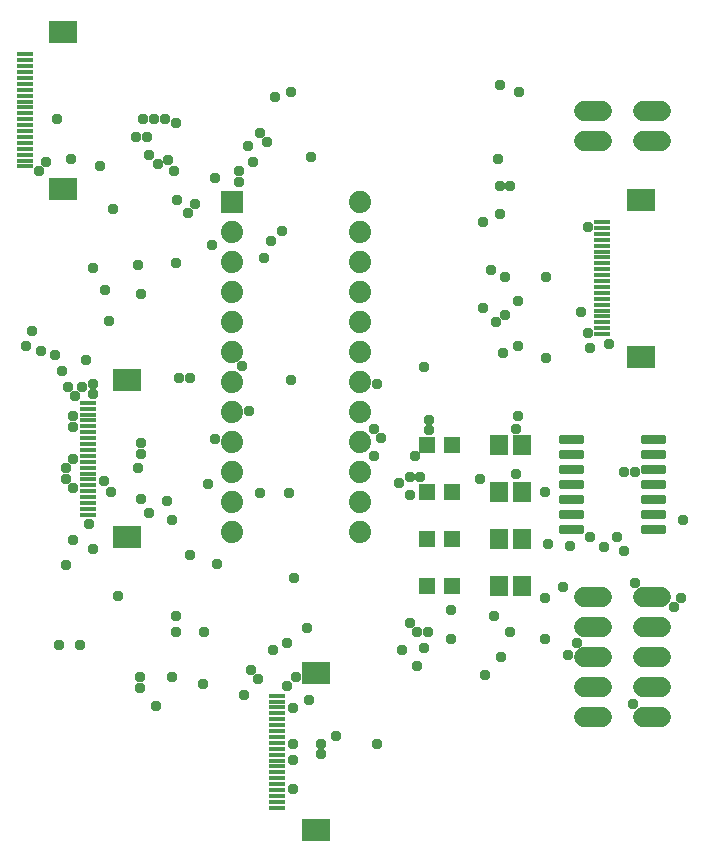
<source format=gbr>
G04 EAGLE Gerber RS-274X export*
G75*
%MOMM*%
%FSLAX34Y34*%
%LPD*%
%INSoldermask Top*%
%IPPOS*%
%AMOC8*
5,1,8,0,0,1.08239X$1,22.5*%
G01*
%ADD10C,1.727200*%
%ADD11R,1.403200X1.403200*%
%ADD12R,1.503200X1.703200*%
%ADD13R,1.879600X1.879600*%
%ADD14C,1.879600*%
%ADD15C,0.357806*%
%ADD16R,1.400000X0.400000*%
%ADD17R,2.350000X1.900000*%
%ADD18C,0.959600*%


D10*
X557620Y597300D02*
X542380Y597300D01*
X542380Y622700D02*
X557620Y622700D01*
X557620Y109200D02*
X542380Y109200D01*
X542380Y134600D02*
X557620Y134600D01*
X557620Y160000D02*
X542380Y160000D01*
X542380Y185400D02*
X557620Y185400D01*
X557620Y210800D02*
X542380Y210800D01*
X507620Y597300D02*
X492380Y597300D01*
X492380Y622700D02*
X507620Y622700D01*
X507620Y109200D02*
X492380Y109200D01*
X492380Y134600D02*
X507620Y134600D01*
X507620Y160000D02*
X492380Y160000D01*
X492380Y185400D02*
X507620Y185400D01*
X507620Y210800D02*
X492380Y210800D01*
D11*
X380500Y340000D03*
X359500Y340000D03*
X380500Y300000D03*
X359500Y300000D03*
X380500Y260000D03*
X359500Y260000D03*
X380500Y220000D03*
X359500Y220000D03*
D12*
X420500Y340000D03*
X439500Y340000D03*
X420500Y300000D03*
X439500Y300000D03*
X420500Y260000D03*
X439500Y260000D03*
X420500Y220000D03*
X439500Y220000D03*
D13*
X194250Y545600D03*
D14*
X194250Y520200D03*
X194250Y494800D03*
X194250Y469400D03*
X194250Y444000D03*
X194250Y418600D03*
X194250Y393200D03*
X194250Y367800D03*
X194250Y342400D03*
X194250Y317000D03*
X194250Y291600D03*
X194250Y266200D03*
X302200Y266200D03*
X302200Y291600D03*
X302200Y317000D03*
X302200Y342400D03*
X302200Y367800D03*
X302200Y393200D03*
X302200Y418600D03*
X302200Y444000D03*
X302200Y469400D03*
X302200Y494800D03*
X302200Y520200D03*
X302200Y545600D03*
D15*
X472573Y342023D02*
X490727Y342023D01*
X472573Y342023D02*
X472573Y346577D01*
X490727Y346577D01*
X490727Y342023D01*
X490727Y345422D02*
X472573Y345422D01*
X472573Y329323D02*
X490727Y329323D01*
X472573Y329323D02*
X472573Y333877D01*
X490727Y333877D01*
X490727Y329323D01*
X490727Y332722D02*
X472573Y332722D01*
X472573Y316623D02*
X490727Y316623D01*
X472573Y316623D02*
X472573Y321177D01*
X490727Y321177D01*
X490727Y316623D01*
X490727Y320022D02*
X472573Y320022D01*
X472573Y303923D02*
X490727Y303923D01*
X472573Y303923D02*
X472573Y308477D01*
X490727Y308477D01*
X490727Y303923D01*
X490727Y307322D02*
X472573Y307322D01*
X472573Y291223D02*
X490727Y291223D01*
X472573Y291223D02*
X472573Y295777D01*
X490727Y295777D01*
X490727Y291223D01*
X490727Y294622D02*
X472573Y294622D01*
X472573Y278523D02*
X490727Y278523D01*
X472573Y278523D02*
X472573Y283077D01*
X490727Y283077D01*
X490727Y278523D01*
X490727Y281922D02*
X472573Y281922D01*
X472573Y265823D02*
X490727Y265823D01*
X472573Y265823D02*
X472573Y270377D01*
X490727Y270377D01*
X490727Y265823D01*
X490727Y269222D02*
X472573Y269222D01*
X541873Y265823D02*
X560027Y265823D01*
X541873Y265823D02*
X541873Y270377D01*
X560027Y270377D01*
X560027Y265823D01*
X560027Y269222D02*
X541873Y269222D01*
X541873Y278523D02*
X560027Y278523D01*
X541873Y278523D02*
X541873Y283077D01*
X560027Y283077D01*
X560027Y278523D01*
X560027Y281922D02*
X541873Y281922D01*
X541873Y291223D02*
X560027Y291223D01*
X541873Y291223D02*
X541873Y295777D01*
X560027Y295777D01*
X560027Y291223D01*
X560027Y294622D02*
X541873Y294622D01*
X541873Y303923D02*
X560027Y303923D01*
X541873Y303923D02*
X541873Y308477D01*
X560027Y308477D01*
X560027Y303923D01*
X560027Y307322D02*
X541873Y307322D01*
X541873Y316623D02*
X560027Y316623D01*
X541873Y316623D02*
X541873Y321177D01*
X560027Y321177D01*
X560027Y316623D01*
X560027Y320022D02*
X541873Y320022D01*
X541873Y329323D02*
X560027Y329323D01*
X541873Y329323D02*
X541873Y333877D01*
X560027Y333877D01*
X560027Y329323D01*
X560027Y332722D02*
X541873Y332722D01*
X541873Y342023D02*
X560027Y342023D01*
X541873Y342023D02*
X541873Y346577D01*
X560027Y346577D01*
X560027Y342023D01*
X560027Y345422D02*
X541873Y345422D01*
D16*
X18900Y575500D03*
X18900Y580500D03*
X18900Y585500D03*
X18900Y590500D03*
X18900Y595500D03*
X18900Y600500D03*
X18900Y605500D03*
X18900Y610500D03*
X18900Y615500D03*
X18900Y620500D03*
X18900Y625500D03*
X18900Y630500D03*
X18900Y635500D03*
X18900Y640500D03*
X18900Y645500D03*
X18900Y650500D03*
X18900Y655500D03*
X18900Y660500D03*
X18900Y665500D03*
X18900Y670500D03*
D17*
X51400Y689500D03*
X51400Y556500D03*
D16*
X72500Y280500D03*
X72500Y285500D03*
X72500Y290500D03*
X72500Y295500D03*
X72500Y300500D03*
X72500Y305500D03*
X72500Y310500D03*
X72500Y315500D03*
X72500Y320500D03*
X72500Y325500D03*
X72500Y330500D03*
X72500Y335500D03*
X72500Y340500D03*
X72500Y345500D03*
X72500Y350500D03*
X72500Y355500D03*
X72500Y360500D03*
X72500Y365500D03*
X72500Y370500D03*
X72500Y375500D03*
D17*
X105000Y394500D03*
X105000Y261500D03*
D16*
X232500Y32500D03*
X232500Y37500D03*
X232500Y42500D03*
X232500Y47500D03*
X232500Y52500D03*
X232500Y57500D03*
X232500Y62500D03*
X232500Y67500D03*
X232500Y72500D03*
X232500Y77500D03*
X232500Y82500D03*
X232500Y87500D03*
X232500Y92500D03*
X232500Y97500D03*
X232500Y102500D03*
X232500Y107500D03*
X232500Y112500D03*
X232500Y117500D03*
X232500Y122500D03*
X232500Y127500D03*
D17*
X265000Y146500D03*
X265000Y13500D03*
D16*
X507500Y433500D03*
X507500Y438500D03*
X507500Y443500D03*
X507500Y448500D03*
X507500Y453500D03*
X507500Y458500D03*
X507500Y463500D03*
X507500Y468500D03*
X507500Y473500D03*
X507500Y478500D03*
X507500Y483500D03*
X507500Y488500D03*
X507500Y493500D03*
X507500Y498500D03*
X507500Y503500D03*
X507500Y508500D03*
X507500Y513500D03*
X507500Y518500D03*
X507500Y523500D03*
X507500Y528500D03*
D17*
X540000Y547500D03*
X540000Y414500D03*
D18*
X89916Y445008D03*
X86868Y470916D03*
X408432Y144780D03*
X115824Y143256D03*
X240792Y172212D03*
X117348Y341376D03*
X114300Y320040D03*
X91440Y300228D03*
X344424Y312420D03*
X344424Y297180D03*
X117348Y467868D03*
X147828Y547116D03*
X228600Y166116D03*
X115824Y134112D03*
X495300Y524256D03*
X460248Y413004D03*
X461772Y256032D03*
X131064Y577596D03*
X92964Y539496D03*
X158496Y246888D03*
X420624Y644652D03*
X350520Y152400D03*
X350520Y181356D03*
X335280Y307848D03*
X181356Y239268D03*
X208788Y368808D03*
X435864Y364236D03*
X420624Y559308D03*
X434340Y315468D03*
X420624Y534924D03*
X236220Y521208D03*
X227076Y512064D03*
X30480Y571500D03*
X36576Y579120D03*
X118872Y615696D03*
X45720Y615696D03*
X19812Y423672D03*
X137160Y615696D03*
X121920Y600456D03*
X82296Y576072D03*
X57912Y582168D03*
X123444Y585216D03*
X140208Y580644D03*
X144780Y571500D03*
X114300Y492252D03*
X156972Y536448D03*
X163068Y544068D03*
X146304Y493776D03*
X179832Y565404D03*
X199644Y562356D03*
X211836Y579120D03*
X207264Y592836D03*
X117348Y332232D03*
X202692Y406908D03*
X217932Y603504D03*
X158496Y396240D03*
X220980Y498348D03*
X224028Y595884D03*
X149352Y396240D03*
X176784Y509016D03*
X199644Y571500D03*
X260604Y583692D03*
X123444Y281940D03*
X138684Y292608D03*
X143256Y275844D03*
X117348Y294132D03*
X97536Y211836D03*
X146304Y195072D03*
X59436Y259080D03*
X59436Y303276D03*
X170688Y181356D03*
X53340Y237744D03*
X53340Y310896D03*
X85344Y309372D03*
X169164Y137160D03*
X47244Y170688D03*
X53340Y320040D03*
X143256Y143256D03*
X65532Y170688D03*
X59436Y327660D03*
X146304Y181356D03*
X129540Y118872D03*
X413004Y487680D03*
X316992Y391668D03*
X217932Y298704D03*
X437388Y638556D03*
X243840Y638556D03*
X146304Y612648D03*
X76200Y489204D03*
X76200Y391668D03*
X32004Y419100D03*
X50292Y402336D03*
X54864Y388620D03*
X24384Y435864D03*
X44196Y416052D03*
X76200Y382524D03*
X173736Y306324D03*
X73152Y272796D03*
X59436Y355092D03*
X406908Y528828D03*
X243840Y394716D03*
X179832Y344424D03*
X76200Y251460D03*
X59436Y364236D03*
X419100Y582168D03*
X230124Y633984D03*
X128016Y615696D03*
X112776Y600456D03*
X60960Y381000D03*
X429768Y559308D03*
X70104Y411480D03*
X67056Y388620D03*
X425196Y481584D03*
X534924Y316992D03*
X576072Y275844D03*
X435864Y461772D03*
X525780Y316992D03*
X525780Y249936D03*
X460248Y481584D03*
X489204Y452628D03*
X245364Y48768D03*
X425196Y449580D03*
X313944Y353568D03*
X242316Y298704D03*
X406908Y455676D03*
X356616Y405384D03*
X204216Y128016D03*
X417576Y443484D03*
X320040Y345948D03*
X210312Y149352D03*
X435864Y423672D03*
X361188Y361188D03*
X216408Y141732D03*
X423672Y417576D03*
X313944Y330708D03*
X246888Y227076D03*
X353568Y312420D03*
X338328Y166116D03*
X245364Y73152D03*
X458724Y300228D03*
X356616Y167640D03*
X281940Y92964D03*
X434340Y353568D03*
X361188Y352044D03*
X257556Y184404D03*
X403860Y310896D03*
X348996Y330708D03*
X245364Y86868D03*
X480060Y254508D03*
X458724Y210312D03*
X458724Y175260D03*
X574548Y210312D03*
X533400Y120396D03*
X269748Y77724D03*
X534924Y222504D03*
X316992Y86868D03*
X269748Y86868D03*
X473964Y219456D03*
X359664Y181356D03*
X344424Y188976D03*
X245364Y117348D03*
X416052Y195072D03*
X379476Y199644D03*
X248412Y143256D03*
X429768Y181356D03*
X379476Y175260D03*
X259080Y123444D03*
X240792Y135636D03*
X422148Y160020D03*
X496824Y262128D03*
X496824Y422148D03*
X486156Y172212D03*
X519684Y262128D03*
X513588Y425196D03*
X478536Y161544D03*
X509016Y252984D03*
X495300Y434340D03*
X568452Y202692D03*
M02*

</source>
